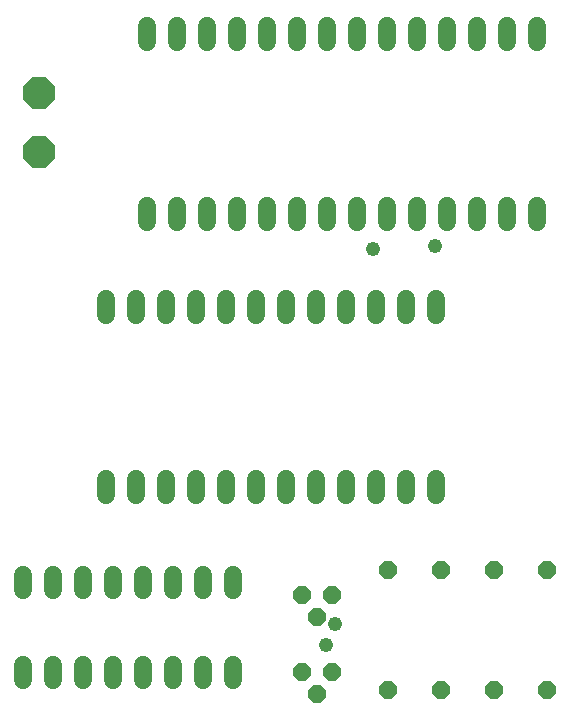
<source format=gts>
G75*
%MOIN*%
%OFA0B0*%
%FSLAX25Y25*%
%IPPOS*%
%LPD*%
%AMOC8*
5,1,8,0,0,1.08239X$1,22.5*
%
%ADD10OC8,0.10800*%
%ADD11C,0.06000*%
%ADD12OC8,0.06000*%
%ADD13C,0.04800*%
D10*
X0030370Y0193874D03*
X0030488Y0213677D03*
D11*
X0024898Y0022931D02*
X0024898Y0017731D01*
X0034898Y0017731D02*
X0034898Y0022931D01*
X0044898Y0022931D02*
X0044898Y0017731D01*
X0054898Y0017731D02*
X0054898Y0022931D01*
X0064898Y0022931D02*
X0064898Y0017731D01*
X0074898Y0017731D02*
X0074898Y0022931D01*
X0084898Y0022931D02*
X0084898Y0017731D01*
X0094898Y0017731D02*
X0094898Y0022931D01*
X0094898Y0047731D02*
X0094898Y0052931D01*
X0084898Y0052931D02*
X0084898Y0047731D01*
X0074898Y0047731D02*
X0074898Y0052931D01*
X0064898Y0052931D02*
X0064898Y0047731D01*
X0054898Y0047731D02*
X0054898Y0052931D01*
X0044898Y0052931D02*
X0044898Y0047731D01*
X0034898Y0047731D02*
X0034898Y0052931D01*
X0024898Y0052931D02*
X0024898Y0047731D01*
X0052654Y0079699D02*
X0052654Y0084899D01*
X0062654Y0084899D02*
X0062654Y0079699D01*
X0072654Y0079699D02*
X0072654Y0084899D01*
X0082654Y0084899D02*
X0082654Y0079699D01*
X0092654Y0079699D02*
X0092654Y0084899D01*
X0102654Y0084899D02*
X0102654Y0079699D01*
X0112654Y0079699D02*
X0112654Y0084899D01*
X0122654Y0084899D02*
X0122654Y0079699D01*
X0132654Y0079699D02*
X0132654Y0084899D01*
X0142654Y0084899D02*
X0142654Y0079699D01*
X0152654Y0079699D02*
X0152654Y0084899D01*
X0162654Y0084899D02*
X0162654Y0079699D01*
X0162654Y0139699D02*
X0162654Y0144899D01*
X0152654Y0144899D02*
X0152654Y0139699D01*
X0142654Y0139699D02*
X0142654Y0144899D01*
X0132654Y0144899D02*
X0132654Y0139699D01*
X0122654Y0139699D02*
X0122654Y0144899D01*
X0112654Y0144899D02*
X0112654Y0139699D01*
X0102654Y0139699D02*
X0102654Y0144899D01*
X0092654Y0144899D02*
X0092654Y0139699D01*
X0082654Y0139699D02*
X0082654Y0144899D01*
X0072654Y0144899D02*
X0072654Y0139699D01*
X0062654Y0139699D02*
X0062654Y0144899D01*
X0052654Y0144899D02*
X0052654Y0139699D01*
X0066433Y0170605D02*
X0066433Y0175805D01*
X0076433Y0175805D02*
X0076433Y0170605D01*
X0086433Y0170605D02*
X0086433Y0175805D01*
X0096433Y0175805D02*
X0096433Y0170605D01*
X0106433Y0170605D02*
X0106433Y0175805D01*
X0116433Y0175805D02*
X0116433Y0170605D01*
X0126433Y0170605D02*
X0126433Y0175805D01*
X0136433Y0175805D02*
X0136433Y0170605D01*
X0146433Y0170605D02*
X0146433Y0175805D01*
X0156433Y0175805D02*
X0156433Y0170605D01*
X0166433Y0170605D02*
X0166433Y0175805D01*
X0176433Y0175805D02*
X0176433Y0170605D01*
X0186433Y0170605D02*
X0186433Y0175805D01*
X0196433Y0175805D02*
X0196433Y0170605D01*
X0196433Y0230605D02*
X0196433Y0235805D01*
X0186433Y0235805D02*
X0186433Y0230605D01*
X0176433Y0230605D02*
X0176433Y0235805D01*
X0166433Y0235805D02*
X0166433Y0230605D01*
X0156433Y0230605D02*
X0156433Y0235805D01*
X0146433Y0235805D02*
X0146433Y0230605D01*
X0136433Y0230605D02*
X0136433Y0235805D01*
X0126433Y0235805D02*
X0126433Y0230605D01*
X0116433Y0230605D02*
X0116433Y0235805D01*
X0106433Y0235805D02*
X0106433Y0230605D01*
X0096433Y0230605D02*
X0096433Y0235805D01*
X0086433Y0235805D02*
X0086433Y0230605D01*
X0076433Y0230605D02*
X0076433Y0235805D01*
X0066433Y0235805D02*
X0066433Y0230605D01*
D12*
X0146669Y0054465D03*
X0164386Y0054465D03*
X0182102Y0054465D03*
X0199819Y0054465D03*
X0199819Y0014465D03*
X0182102Y0014465D03*
X0164386Y0014465D03*
X0146669Y0014465D03*
X0128047Y0020685D03*
X0123047Y0013185D03*
X0118047Y0020685D03*
X0123047Y0038776D03*
X0118047Y0046276D03*
X0128047Y0046276D03*
D13*
X0128953Y0036433D03*
X0126000Y0029543D03*
X0141748Y0161433D03*
X0162417Y0162417D03*
M02*

</source>
